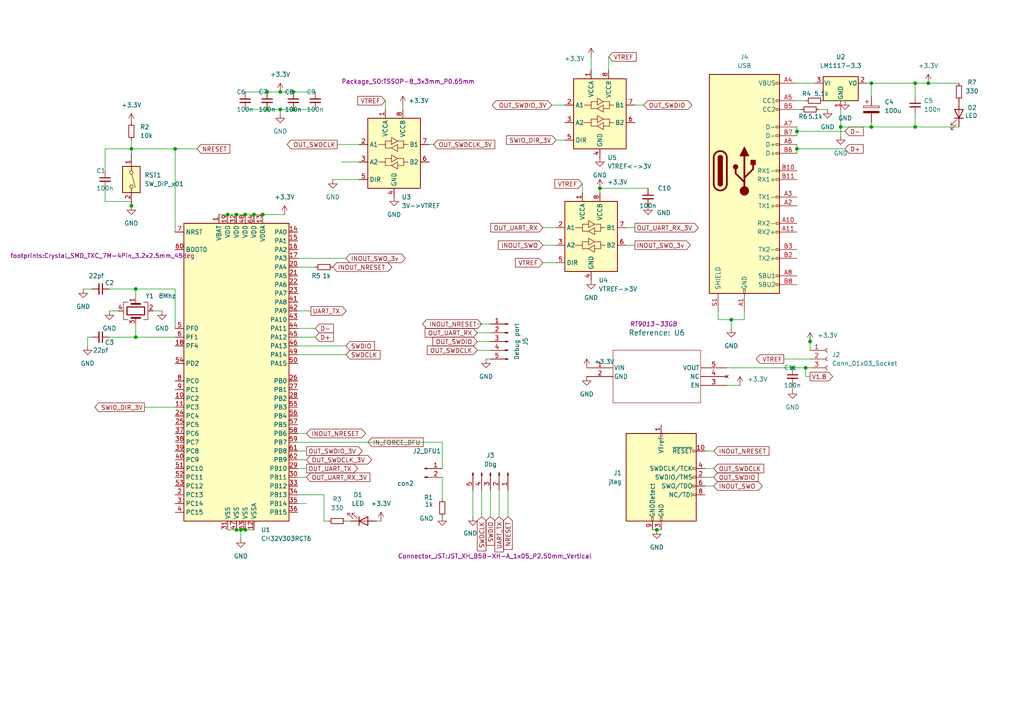
<source format=kicad_sch>
(kicad_sch (version 20231120) (generator "eeschema") (generator_version "8.0")
  (paper "A4")
  (title_block (title "Swindle CH32V303") (rev "H"))
  (lib_symbols
    (symbol "2024-10-20_09-04-45:RT9013-33GB" (pin_names (offset 0.254))
      (property "Reference" "U" (at 20.32 10.16 0))
      (property "Value" "RT9013-33GB" (at 20.32 7.62 0))
      (symbol "RT9013-33GB_0_1"
        (polyline (pts (xy 7.62 -10.16) (xy 33.02 -10.16)) (stroke (width 0.127)))
        (polyline (pts (xy 7.62 5.08) (xy 7.62 -10.16)) (stroke (width 0.127)))
        (polyline (pts (xy 33.02 -10.16) (xy 33.02 5.08)) (stroke (width 0.127)))
        (polyline (pts (xy 33.02 5.08) (xy 7.62 5.08)) (stroke (width 0.127)))
        (pin input line (at 0 0 0) (length 7.62) (name "VIN") (number "1"))
        (pin power_out line (at 0 -2.54 0) (length 7.62) (name "GND") (number "2"))
        (pin unspecified line (at 40.64 -5.08 180) (length 7.62) (name "EN") (number "3"))
        (pin no_connect line (at 40.64 -2.54 180) (length 7.62) (name "NC") (number "4"))
        (pin output line (at 40.64 0 180) (length 7.62) (name "VOUT") (number "5"))
      )
    )
    (symbol "Connector:Conn_01x02_Pin" (pin_names (offset 1.016) hide)
      (property "Reference" "J" (at 0 2.54 0))
      (property "Value" "Conn_01x02_Pin" (at 0 -5.08 0))
      (symbol "Conn_01x02_Pin_1_1"
        (polyline (pts (xy 1.27 -2.54) (xy 0.8636 -2.54)) (stroke (width 0.1524)))
        (polyline (pts (xy 1.27 0) (xy 0.8636 0)) (stroke (width 0.1524)))
        (rectangle (start 0.8636 -2.413) (end 0 -2.667) (stroke (width 0.1524)) (fill (type outline)))
        (rectangle (start 0.8636 0.127) (end 0 -0.127) (stroke (width 0.1524)) (fill (type outline)))
        (pin passive line (at 5.08 0 180) (length 3.81) (name "Pin_1") (number "1"))
        (pin passive line (at 5.08 -2.54 180) (length 3.81) (name "Pin_2") (number "2"))
      )
    )
    (symbol "Connector:Conn_01x03_Socket" (pin_names (offset 1.016) hide)
      (property "Reference" "J" (at 0 5.08 0))
      (property "Value" "Conn_01x03_Socket" (at 0 -5.08 0))
      (symbol "Conn_01x03_Socket_1_1"
        (arc (start 0 -2.032) (mid -0.5058 -2.54) (end 0 -3.048) (stroke (width 0.1524)))
        (polyline (pts (xy -1.27 -2.54) (xy -0.508 -2.54)) (stroke (width 0.1524)))
        (polyline (pts (xy -1.27 0) (xy -0.508 0)) (stroke (width 0.1524)))
        (polyline (pts (xy -1.27 2.54) (xy -0.508 2.54)) (stroke (width 0.1524)))
        (arc (start 0 0.508) (mid -0.5058 0) (end 0 -0.508) (stroke (width 0.1524)))
        (arc (start 0 3.048) (mid -0.5058 2.54) (end 0 2.032) (stroke (width 0.1524)))
        (pin passive line (at -5.08 2.54 0) (length 3.81) (name "Pin_1") (number "1"))
        (pin passive line (at -5.08 0 0) (length 3.81) (name "Pin_2") (number "2"))
        (pin passive line (at -5.08 -2.54 0) (length 3.81) (name "Pin_3") (number "3"))
      )
    )
    (symbol "Connector:Conn_01x05_Male" (pin_names (offset 1.016) hide)
      (property "Reference" "J" (at 0 7.62 0))
      (property "Value" "Conn_01x05_Male" (at 0 -7.62 0))
      (symbol "Conn_01x05_Male_1_1"
        (polyline (pts (xy 1.27 -5.08) (xy 0.8636 -5.08)) (stroke (width 0.1524)))
        (polyline (pts (xy 1.27 -2.54) (xy 0.8636 -2.54)) (stroke (width 0.1524)))
        (polyline (pts (xy 1.27 0) (xy 0.8636 0)) (stroke (width 0.1524)))
        (polyline (pts (xy 1.27 2.54) (xy 0.8636 2.54)) (stroke (width 0.1524)))
        (polyline (pts (xy 1.27 5.08) (xy 0.8636 5.08)) (stroke (width 0.1524)))
        (rectangle (start 0.8636 -4.953) (end 0 -5.207) (stroke (width 0.1524)) (fill (type outline)))
        (rectangle (start 0.8636 -2.413) (end 0 -2.667) (stroke (width 0.1524)) (fill (type outline)))
        (rectangle (start 0.8636 0.127) (end 0 -0.127) (stroke (width 0.1524)) (fill (type outline)))
        (rectangle (start 0.8636 2.667) (end 0 2.413) (stroke (width 0.1524)) (fill (type outline)))
        (rectangle (start 0.8636 5.207) (end 0 4.953) (stroke (width 0.1524)) (fill (type outline)))
        (pin passive line (at 5.08 5.08 180) (length 3.81) (name "Pin_1") (number "1"))
        (pin passive line (at 5.08 2.54 180) (length 3.81) (name "Pin_2") (number "2"))
        (pin passive line (at 5.08 0 180) (length 3.81) (name "Pin_3") (number "3"))
        (pin passive line (at 5.08 -2.54 180) (length 3.81) (name "Pin_4") (number "4"))
        (pin passive line (at 5.08 -5.08 180) (length 3.81) (name "Pin_5") (number "5"))
      )
    )
    (symbol "Connector:Conn_ARM_JTAG_SWD_10" (pin_names (offset 1.016))
      (property "Reference" "J" (at -2.54 16.51 0))
      (property "Value" "Conn_ARM_JTAG_SWD_10" (at -2.54 13.97 0))
      (symbol "Conn_ARM_JTAG_SWD_10_0_1"
        (rectangle (start -10.16 12.7) (end 10.16 -12.7) (stroke (width 0.254)) (fill (type background)))
        (rectangle (start -2.794 -12.7) (end -2.286 -11.684))
        (rectangle (start -0.254 -12.7) (end 0.254 -11.684))
        (rectangle (start -0.254 12.7) (end 0.254 11.684))
        (rectangle (start 9.144 2.286) (end 10.16 2.794))
        (rectangle (start 10.16 -2.794) (end 9.144 -2.286))
        (rectangle (start 10.16 -0.254) (end 9.144 0.254))
        (rectangle (start 10.16 7.874) (end 9.144 7.366))
      )
      (symbol "Conn_ARM_JTAG_SWD_10_1_1"
        (rectangle (start 9.144 -5.334) (end 10.16 -4.826))
        (pin power_in line (at 0 15.24 270) (length 2.54) (name "VTref") (number "1"))
        (pin open_collector line (at 12.7 7.62 180) (length 2.54) (name "~{RESET}") (number "10"))
        (pin bidirectional line (at 12.7 0 180) (length 2.54) (name "SWDIO/TMS") (number "2"))
        (pin power_in line (at 0 -15.24 90) (length 2.54) (name "GND") (number "3"))
        (pin output line (at 12.7 2.54 180) (length 2.54) (name "SWDCLK/TCK") (number "4"))
        (pin passive line (at 0 -15.24 90) (length 2.54) hide (name "GND") (number "5"))
        (pin input line (at 12.7 -2.54 180) (length 2.54) (name "SWO/TDO") (number "6"))
        (pin no_connect line (at -10.16 0 0) (length 2.54) hide (name "KEY") (number "7"))
        (pin output line (at 12.7 -5.08 180) (length 2.54) (name "NC/TDI") (number "8"))
        (pin passive line (at -2.54 -15.24 90) (length 2.54) (name "GNDDetect") (number "9"))
      )
    )
    (symbol "Connector:USB_C_Receptacle" (pin_names (offset 1.016))
      (property "Reference" "J" (at -10.16 29.21 0))
      (property "Value" "USB_C_Receptacle" (at 10.16 29.21 0))
      (symbol "USB_C_Receptacle_0_0"
        (rectangle (start -0.254 -35.56) (end 0.254 -34.544))
        (rectangle (start 10.16 -32.766) (end 9.144 -33.274))
        (rectangle (start 10.16 -30.226) (end 9.144 -30.734))
        (rectangle (start 10.16 -25.146) (end 9.144 -25.654))
        (rectangle (start 10.16 -22.606) (end 9.144 -23.114))
        (rectangle (start 10.16 -17.526) (end 9.144 -18.034))
        (rectangle (start 10.16 -14.986) (end 9.144 -15.494))
        (rectangle (start 10.16 -9.906) (end 9.144 -10.414))
        (rectangle (start 10.16 -7.366) (end 9.144 -7.874))
        (rectangle (start 10.16 -2.286) (end 9.144 -2.794))
        (rectangle (start 10.16 0.254) (end 9.144 -0.254))
        (rectangle (start 10.16 5.334) (end 9.144 4.826))
        (rectangle (start 10.16 7.874) (end 9.144 7.366))
        (rectangle (start 10.16 10.414) (end 9.144 9.906))
        (rectangle (start 10.16 12.954) (end 9.144 12.446))
        (rectangle (start 10.16 18.034) (end 9.144 17.526))
        (rectangle (start 10.16 20.574) (end 9.144 20.066))
        (rectangle (start 10.16 25.654) (end 9.144 25.146))
      )
      (symbol "USB_C_Receptacle_0_1"
        (rectangle (start -10.16 27.94) (end 10.16 -35.56) (stroke (width 0.254)) (fill (type background)))
        (arc (start -8.89 -3.81) (mid -6.985 -5.7067) (end -5.08 -3.81) (stroke (width 0.508)))
        (arc (start -7.62 -3.81) (mid -6.985 -4.4423) (end -6.35 -3.81) (stroke (width 0.254)))
        (arc (start -7.62 -3.81) (mid -6.985 -4.4423) (end -6.35 -3.81) (stroke (width 0.254)) (fill (type outline)))
        (rectangle (start -7.62 -3.81) (end -6.35 3.81) (stroke (width 0.254)) (fill (type outline)))
        (arc (start -6.35 3.81) (mid -6.985 4.4423) (end -7.62 3.81) (stroke (width 0.254)))
        (arc (start -6.35 3.81) (mid -6.985 4.4423) (end -7.62 3.81) (stroke (width 0.254)) (fill (type outline)))
        (arc (start -5.08 3.81) (mid -6.985 5.7067) (end -8.89 3.81) (stroke (width 0.508)))
        (polyline (pts (xy -8.89 -3.81) (xy -8.89 3.81)) (stroke (width 0.508)))
        (polyline (pts (xy -5.08 3.81) (xy -5.08 -3.81)) (stroke (width 0.508)))
      )
      (symbol "USB_C_Receptacle_1_1"
        (circle (center -2.54 1.143) (radius 0.635) (stroke (width 0.254)) (fill (type outline)))
        (circle (center 0 -5.842) (radius 1.27) (fill (type outline)))
        (polyline (pts (xy 0 -5.842) (xy 0 4.318)) (stroke (width 0.508)))
        (polyline (pts (xy 0 -3.302) (xy -2.54 -0.762) (xy -2.54 0.508)) (stroke (width 0.508)))
        (polyline (pts (xy 0 -2.032) (xy 2.54 0.508) (xy 2.54 1.778)) (stroke (width 0.508)))
        (polyline (pts (xy -1.27 4.318) (xy 0 6.858) (xy 1.27 4.318) (xy -1.27 4.318)) (stroke (width 0.254)) (fill (type outline)))
        (rectangle (start 1.905 1.778) (end 3.175 3.048) (stroke (width 0.254)) (fill (type outline)))
        (pin passive line (at 0 -40.64 90) (length 5.08) (name "GND") (number "A1"))
        (pin bidirectional line (at 15.24 -15.24 180) (length 5.08) (name "RX2-") (number "A10"))
        (pin bidirectional line (at 15.24 -17.78 180) (length 5.08) (name "RX2+") (number "A11"))
        (pin passive line (at 0 -40.64 90) (length 5.08) hide (name "GND") (number "A12"))
        (pin bidirectional line (at 15.24 -10.16 180) (length 5.08) (name "TX1+") (number "A2"))
        (pin bidirectional line (at 15.24 -7.62 180) (length 5.08) (name "TX1-") (number "A3"))
        (pin passive line (at 15.24 25.4 180) (length 5.08) (name "VBUS") (number "A4"))
        (pin bidirectional line (at 15.24 20.32 180) (length 5.08) (name "CC1") (number "A5"))
        (pin bidirectional line (at 15.24 7.62 180) (length 5.08) (name "D+") (number "A6"))
        (pin bidirectional line (at 15.24 12.7 180) (length 5.08) (name "D-") (number "A7"))
        (pin bidirectional line (at 15.24 -30.48 180) (length 5.08) (name "SBU1") (number "A8"))
        (pin passive line (at 15.24 25.4 180) (length 5.08) hide (name "VBUS") (number "A9"))
        (pin passive line (at 0 -40.64 90) (length 5.08) hide (name "GND") (number "B1"))
        (pin bidirectional line (at 15.24 0 180) (length 5.08) (name "RX1-") (number "B10"))
        (pin bidirectional line (at 15.24 -2.54 180) (length 5.08) (name "RX1+") (number "B11"))
        (pin passive line (at 0 -40.64 90) (length 5.08) hide (name "GND") (number "B12"))
        (pin bidirectional line (at 15.24 -25.4 180) (length 5.08) (name "TX2+") (number "B2"))
        (pin bidirectional line (at 15.24 -22.86 180) (length 5.08) (name "TX2-") (number "B3"))
        (pin passive line (at 15.24 25.4 180) (length 5.08) hide (name "VBUS") (number "B4"))
        (pin bidirectional line (at 15.24 17.78 180) (length 5.08) (name "CC2") (number "B5"))
        (pin bidirectional line (at 15.24 5.08 180) (length 5.08) (name "D+") (number "B6"))
        (pin bidirectional line (at 15.24 10.16 180) (length 5.08) (name "D-") (number "B7"))
        (pin bidirectional line (at 15.24 -33.02 180) (length 5.08) (name "SBU2") (number "B8"))
        (pin passive line (at 15.24 25.4 180) (length 5.08) hide (name "VBUS") (number "B9"))
        (pin passive line (at -7.62 -40.64 90) (length 5.08) (name "SHIELD") (number "S1"))
      )
    )
    (symbol "Device:C_Polarized" (pin_numbers hide) (pin_names (offset 0.254))
      (property "Reference" "C" (at 0.635 2.54 0))
      (property "Value" "C_Polarized" (at 0.635 -2.54 0))
      (symbol "C_Polarized_0_1"
        (rectangle (start -2.286 0.508) (end 2.286 1.016))
        (polyline (pts (xy -1.778 2.286) (xy -0.762 2.286)))
        (polyline (pts (xy -1.27 2.794) (xy -1.27 1.778)))
        (rectangle (start 2.286 -0.508) (end -2.286 -1.016) (fill (type outline)))
      )
      (symbol "C_Polarized_1_1"
        (pin passive line (at 0 3.81 270) (length 2.794) (name "~") (number "1"))
        (pin passive line (at 0 -3.81 90) (length 2.794) (name "~") (number "2"))
      )
    )
    (symbol "Device:C_Small" (pin_numbers hide) (pin_names (offset 0.254) hide)
      (property "Reference" "C" (at 0.254 1.778 0))
      (property "Value" "C_Small" (at 0.254 -2.032 0))
      (symbol "C_Small_0_1"
        (polyline (pts (xy -1.524 -0.508) (xy 1.524 -0.508)) (stroke (width 0.3302)))
        (polyline (pts (xy -1.524 0.508) (xy 1.524 0.508)) (stroke (width 0.3048)))
      )
      (symbol "C_Small_1_1"
        (pin passive line (at 0 2.54 270) (length 2.032) (name "~") (number "1"))
        (pin passive line (at 0 -2.54 90) (length 2.032) (name "~") (number "2"))
      )
    )
    (symbol "Device:Crystal_GND24" (pin_names (offset 1.016) hide)
      (property "Reference" "Y" (at 3.175 5.08 0))
      (property "Value" "Crystal_GND24" (at 3.175 3.175 0))
      (symbol "Crystal_GND24_0_1"
        (rectangle (start -1.143 2.54) (end 1.143 -2.54) (stroke (width 0.3048)))
        (polyline (pts (xy -2.54 0) (xy -2.032 0)))
        (polyline (pts (xy -2.032 -1.27) (xy -2.032 1.27)) (stroke (width 0.508)))
        (polyline (pts (xy 0 -3.81) (xy 0 -3.556)))
        (polyline (pts (xy 0 3.556) (xy 0 3.81)))
        (polyline (pts (xy 2.032 -1.27) (xy 2.032 1.27)) (stroke (width 0.508)))
        (polyline (pts (xy 2.032 0) (xy 2.54 0)))
        (polyline (pts (xy -2.54 -2.286) (xy -2.54 -3.556) (xy 2.54 -3.556) (xy 2.54 -2.286)))
        (polyline (pts (xy -2.54 2.286) (xy -2.54 3.556) (xy 2.54 3.556) (xy 2.54 2.286)))
      )
      (symbol "Crystal_GND24_1_1"
        (pin passive line (at -3.81 0 0) (length 1.27) (name "1") (number "1"))
        (pin passive line (at 0 5.08 270) (length 1.27) (name "2") (number "2"))
        (pin passive line (at 3.81 0 180) (length 1.27) (name "3") (number "3"))
        (pin passive line (at 0 -5.08 90) (length 1.27) (name "4") (number "4"))
      )
    )
    (symbol "Device:LED" (pin_numbers hide) (pin_names (offset 1.016) hide)
      (property "Reference" "D" (at 0 2.54 0))
      (property "Value" "LED" (at 0 -2.54 0))
      (symbol "LED_0_1"
        (polyline (pts (xy -1.27 -1.27) (xy -1.27 1.27)) (stroke (width 0.254)))
        (polyline (pts (xy -1.27 0) (xy 1.27 0)))
        (polyline (pts (xy 1.27 -1.27) (xy 1.27 1.27) (xy -1.27 0) (xy 1.27 -1.27)) (stroke (width 0.254)))
        (polyline (pts (xy -3.048 -0.762) (xy -4.572 -2.286) (xy -3.81 -2.286) (xy -4.572 -2.286) (xy -4.572 -1.524)))
        (polyline (pts (xy -1.778 -0.762) (xy -3.302 -2.286) (xy -2.54 -2.286) (xy -3.302 -2.286) (xy -3.302 -1.524)))
      )
      (symbol "LED_1_1"
        (pin passive line (at -3.81 0 0) (length 2.54) (name "K") (number "1"))
        (pin passive line (at 3.81 0 180) (length 2.54) (name "A") (number "2"))
      )
    )
    (symbol "Device:R_Small" (pin_numbers hide) (pin_names (offset 0.254) hide)
      (property "Reference" "R" (at 0.762 0.508 0))
      (property "Value" "R_Small" (at 0.762 -1.016 0))
      (symbol "R_Small_0_1"
        (rectangle (start -0.762 1.778) (end 0.762 -1.778) (stroke (width 0.2032)))
      )
      (symbol "R_Small_1_1"
        (pin passive line (at 0 2.54 270) (length 0.762) (name "~") (number "1"))
        (pin passive line (at 0 -2.54 90) (length 0.762) (name "~") (number "2"))
      )
    )
    (symbol "Logic_LevelTranslator:SN74LVC2T45DCUR"
      (property "Reference" "U" (at -6.35 11.43 0))
      (property "Value" "SN74LVC2T45DCUR" (at 3.81 11.43 0))
      (symbol "SN74LVC2T45DCUR_0_1"
        (rectangle (start -7.62 10.16) (end 7.62 -10.16) (stroke (width 0.254)) (fill (type background)))
        (polyline (pts (xy -2.54 2.54) (xy -2.54 3.556) (xy -0.762 3.556)))
        (polyline (pts (xy 2.794 2.54) (xy 2.794 1.524) (xy 1.016 1.524)))
        (polyline (pts (xy -0.762 1.524) (xy -2.54 1.524) (xy -2.54 2.54) (xy -4.572 2.54)))
        (polyline (pts (xy -0.762 2.54) (xy -0.762 4.572) (xy 1.016 3.556) (xy -0.762 2.54)))
        (polyline (pts (xy 1.016 3.556) (xy 2.794 3.556) (xy 2.794 2.54) (xy 4.064 2.54)))
        (polyline (pts (xy 1.016 2.54) (xy 1.016 0.762) (xy 1.016 0.508) (xy -0.762 1.524) (xy 1.016 2.54)))
      )
      (symbol "SN74LVC2T45DCUR_1_1"
        (polyline (pts (xy -2.54 -2.54) (xy -2.54 -1.524) (xy -0.762 -1.524)))
        (polyline (pts (xy 2.794 -2.54) (xy 2.794 -3.556) (xy 1.016 -3.556)))
        (polyline (pts (xy -0.762 -3.556) (xy -2.54 -3.556) (xy -2.54 -2.54) (xy -4.572 -2.54)))
        (polyline (pts (xy -0.762 -2.54) (xy -0.762 -0.508) (xy 1.016 -1.524) (xy -0.762 -2.54)))
        (polyline (pts (xy 1.016 -1.524) (xy 2.794 -1.524) (xy 2.794 -2.54) (xy 4.064 -2.54)))
        (polyline (pts (xy 1.016 -2.54) (xy 1.016 -4.318) (xy 1.016 -4.572) (xy -0.762 -3.556) (xy 1.016 -2.54)))
        (pin power_in line (at -2.54 12.7 270) (length 2.54) (name "VCCA") (number "1"))
        (pin bidirectional line (at -10.16 2.54 0) (length 2.54) (name "A1") (number "2"))
        (pin bidirectional line (at -10.16 -2.54 0) (length 2.54) (name "A2") (number "3"))
        (pin power_in line (at 0 -12.7 90) (length 2.54) (name "GND") (number "4"))
        (pin input line (at -10.16 -7.62 0) (length 2.54) (name "DIR") (number "5"))
        (pin bidirectional line (at 10.16 -2.54 180) (length 2.54) (name "B2") (number "6"))
        (pin bidirectional line (at 10.16 2.54 180) (length 2.54) (name "B1") (number "7"))
        (pin power_in line (at 2.54 12.7 270) (length 2.54) (name "VCCB") (number "8"))
      )
    )
    (symbol "MCU_ST_STM32F3:STM32F303RCTx"
      (property "Reference" "U" (at -15.24 44.45 0))
      (property "Value" "STM32F303RCTx" (at 10.16 44.45 0))
      (symbol "STM32F303RCTx_0_1"
        (rectangle (start -15.24 -43.18) (end 15.24 43.18) (stroke (width 0.254)) (fill (type background)))
      )
      (symbol "STM32F303RCTx_1_1"
        (pin power_in line (at -5.08 45.72 270) (length 2.54) (name "VBAT") (number "1"))
        (pin bidirectional line (at -17.78 -7.62 0) (length 2.54) (name "PC2") (number "10"))
        (pin bidirectional line (at -17.78 -10.16 0) (length 2.54) (name "PC3") (number "11"))
        (pin power_in line (at 5.08 -45.72 90) (length 2.54) (name "VSSA") (number "12"))
        (pin power_in line (at 7.62 45.72 270) (length 2.54) (name "VDDA") (number "13"))
        (pin bidirectional line (at 17.78 40.64 180) (length 2.54) (name "PA0") (number "14"))
        (pin bidirectional line (at 17.78 38.1 180) (length 2.54) (name "PA1") (number "15"))
        (pin bidirectional line (at 17.78 35.56 180) (length 2.54) (name "PA2") (number "16"))
        (pin bidirectional line (at 17.78 33.02 180) (length 2.54) (name "PA3") (number "17"))
        (pin bidirectional line (at -17.78 7.62 0) (length 2.54) (name "PF4") (number "18"))
        (pin power_in line (at -2.54 45.72 270) (length 2.54) (name "VDD") (number "19"))
        (pin bidirectional line (at -17.78 -35.56 0) (length 2.54) (name "PC13") (number "2"))
        (pin bidirectional line (at 17.78 30.48 180) (length 2.54) (name "PA4") (number "20"))
        (pin bidirectional line (at 17.78 27.94 180) (length 2.54) (name "PA5") (number "21"))
        (pin bidirectional line (at 17.78 25.4 180) (length 2.54) (name "PA6") (number "22"))
        (pin bidirectional line (at 17.78 22.86 180) (length 2.54) (name "PA7") (number "23"))
        (pin bidirectional line (at -17.78 -12.7 0) (length 2.54) (name "PC4") (number "24"))
        (pin bidirectional line (at -17.78 -15.24 0) (length 2.54) (name "PC5") (number "25"))
        (pin bidirectional line (at 17.78 -2.54 180) (length 2.54) (name "PB0") (number "26"))
        (pin bidirectional line (at 17.78 -5.08 180) (length 2.54) (name "PB1") (number "27"))
        (pin bidirectional line (at 17.78 -7.62 180) (length 2.54) (name "PB2") (number "28"))
        (pin bidirectional line (at 17.78 -27.94 180) (length 2.54) (name "PB10") (number "29"))
        (pin bidirectional line (at -17.78 -38.1 0) (length 2.54) (name "PC14") (number "3"))
        (pin bidirectional line (at 17.78 -30.48 180) (length 2.54) (name "PB11") (number "30"))
        (pin power_in line (at -2.54 -45.72 90) (length 2.54) (name "VSS") (number "31"))
        (pin power_in line (at 0 45.72 270) (length 2.54) (name "VDD") (number "32"))
        (pin bidirectional line (at 17.78 -33.02 180) (length 2.54) (name "PB12") (number "33"))
        (pin bidirectional line (at 17.78 -35.56 180) (length 2.54) (name "PB13") (number "34"))
        (pin bidirectional line (at 17.78 -38.1 180) (length 2.54) (name "PB14") (number "35"))
        (pin bidirectional line (at 17.78 -40.64 180) (length 2.54) (name "PB15") (number "36"))
        (pin bidirectional line (at -17.78 -17.78 0) (length 2.54) (name "PC6") (number "37"))
        (pin bidirectional line (at -17.78 -20.32 0) (length 2.54) (name "PC7") (number "38"))
        (pin bidirectional line (at -17.78 -22.86 0) (length 2.54) (name "PC8") (number "39"))
        (pin bidirectional line (at -17.78 -40.64 0) (length 2.54) (name "PC15") (number "4"))
        (pin bidirectional line (at -17.78 -25.4 0) (length 2.54) (name "PC9") (number "40"))
        (pin bidirectional line (at 17.78 20.32 180) (length 2.54) (name "PA8") (number "41"))
        (pin bidirectional line (at 17.78 17.78 180) (length 2.54) (name "PA9") (number "42"))
        (pin bidirectional line (at 17.78 15.24 180) (length 2.54) (name "PA10") (number "43"))
        (pin bidirectional line (at 17.78 12.7 180) (length 2.54) (name "PA11") (number "44"))
        (pin bidirectional line (at 17.78 10.16 180) (length 2.54) (name "PA12") (number "45"))
        (pin bidirectional line (at 17.78 7.62 180) (length 2.54) (name "PA13") (number "46"))
        (pin power_in line (at 0 -45.72 90) (length 2.54) (name "VSS") (number "47"))
        (pin power_in line (at 2.54 45.72 270) (length 2.54) (name "VDD") (number "48"))
        (pin bidirectional line (at 17.78 5.08 180) (length 2.54) (name "PA14") (number "49"))
        (pin input line (at -17.78 12.7 0) (length 2.54) (name "PF0") (number "5"))
        (pin bidirectional line (at 17.78 2.54 180) (length 2.54) (name "PA15") (number "50"))
        (pin bidirectional line (at -17.78 -27.94 0) (length 2.54) (name "PC10") (number "51"))
        (pin bidirectional line (at -17.78 -30.48 0) (length 2.54) (name "PC11") (number "52"))
        (pin bidirectional line (at -17.78 -33.02 0) (length 2.54) (name "PC12") (number "53"))
        (pin bidirectional line (at -17.78 2.54 0) (length 2.54) (name "PD2") (number "54"))
        (pin bidirectional line (at 17.78 -10.16 180) (length 2.54) (name "PB3") (number "55"))
        (pin bidirectional line (at 17.78 -12.7 180) (length 2.54) (name "PB4") (number "56"))
        (pin bidirectional line (at 17.78 -15.24 180) (length 2.54) (name "PB5") (number "57"))
        (pin bidirectional line (at 17.78 -17.78 180) (length 2.54) (name "PB6") (number "58"))
        (pin bidirectional line (at 17.78 -20.32 180) (length 2.54) (name "PB7") (number "59"))
        (pin input line (at -17.78 10.16 0) (length 2.54) (name "PF1") (number "6"))
        (pin input line (at -17.78 35.56 0) (length 2.54) (name "BOOT0") (number "60"))
        (pin bidirectional line (at 17.78 -22.86 180) (length 2.54) (name "PB8") (number "61"))
        (pin bidirectional line (at 17.78 -25.4 180) (length 2.54) (name "PB9") (number "62"))
        (pin power_in line (at 2.54 -45.72 90) (length 2.54) (name "VSS") (number "63"))
        (pin power_in line (at 5.08 45.72 270) (length 2.54) (name "VDD") (number "64"))
        (pin input line (at -17.78 40.64 0) (length 2.54) (name "NRST") (number "7"))
        (pin bidirectional line (at -17.78 -2.54 0) (length 2.54) (name "PC0") (number "8"))
        (pin bidirectional line (at -17.78 -5.08 0) (length 2.54) (name "PC1") (number "9"))
      )
    )
    (symbol "Regulator_Linear:LM1117-3.3" (pin_names (offset 0.254))
      (property "Reference" "U" (at -3.81 3.175 0))
      (property "Value" "LM1117-3.3" (at 0 3.175 0))
      (symbol "LM1117-3.3_0_1"
        (rectangle (start -5.08 -5.08) (end 5.08 1.905) (stroke (width 0.254)) (fill (type background)))
      )
      (symbol "LM1117-3.3_1_1"
        (pin power_in line (at 0 -7.62 90) (length 2.54) (name "GND") (number "1"))
        (pin power_out line (at 7.62 0 180) (length 2.54) (name "VO") (number "2"))
        (pin power_in line (at -7.62 0 0) (length 2.54) (name "VI") (number "3"))
      )
    )
    (symbol "Switch:SW_DIP_x01" (pin_names (offset 0) hide)
      (property "Reference" "SW" (at 0 3.81 0))
      (property "Value" "SW_DIP_x01" (at 0 -3.81 0))
      (symbol "SW_DIP_x01_0_0"
        (circle (center -2.032 0) (radius 0.508))
        (polyline (pts (xy -1.524 0.127) (xy 2.3622 1.1684)))
        (circle (center 2.032 0) (radius 0.508))
      )
      (symbol "SW_DIP_x01_0_1"
        (rectangle (start -3.81 2.54) (end 3.81 -2.54) (stroke (width 0.254)) (fill (type background)))
      )
      (symbol "SW_DIP_x01_1_1"
        (pin passive line (at -7.62 0 0) (length 5.08) (name "~") (number "1"))
        (pin passive line (at 7.62 0 180) (length 5.08) (name "~") (number "2"))
      )
    )
    (symbol "power:+3.3V" (power) (pin_names (offset 0))
      (property "Value" "+3.3V" (at 0 3.556 0))
      (symbol "+3.3V_0_1"
        (polyline (pts (xy -0.762 1.27) (xy 0 2.54)))
        (polyline (pts (xy 0 0) (xy 0 2.54)))
        (polyline (pts (xy 0 2.54) (xy 0.762 1.27)))
      )
      (symbol "+3.3V_1_1"
        (pin power_in line (at 0 0 90) (length 0) hide (name "+3.3V") (number "1"))
      )
    )
    (symbol "power:GND" (power) (pin_names (offset 0))
      (property "Value" "GND" (at 0 -3.81 0))
      (symbol "GND_0_1"
        (polyline (pts (xy 0 0) (xy 0 -1.27) (xy 1.27 -1.27) (xy 0 -2.54) (xy -1.27 -1.27) (xy 0 -1.27)))
      )
      (symbol "GND_1_1"
        (pin power_in line (at 0 0 270) (length 0) hide (name "GND") (number "1"))
      )
    )
  )
  (junction (at 77.47 31.75))
  (junction (at 85.09 26.67))
  (junction (at 50.8 43.18))
  (junction (at 68.58 153.67))
  (junction (at 71.12 153.67))
  (junction (at 173.99 54.61))
  (junction (at 73.66 62.23))
  (junction (at 77.47 26.67))
  (junction (at 38.1 43.18))
  (junction (at 69.85 153.67))
  (junction (at 81.28 26.67))
  (junction (at 233.68 106.68))
  (junction (at 39.37 83.82))
  (junction (at 252.73 24.13))
  (junction (at 68.58 62.23))
  (junction (at 243.84 36.83))
  (junction (at 76.2 62.23))
  (junction (at 39.37 97.79))
  (junction (at 71.12 62.23))
  (junction (at 252.73 36.83))
  (junction (at 190.5 153.67))
  (junction (at 265.43 24.13))
  (junction (at 231.14 38.1))
  (junction (at 234.95 99.06))
  (junction (at 269.24 24.13))
  (junction (at 265.43 36.83))
  (junction (at 85.09 31.75))
  (junction (at 229.87 106.68))
  (junction (at 38.1 59.69))
  (junction (at 231.14 43.18))
  (junction (at 66.04 62.23))
  (junction (at 212.09 92.71))
  (junction (at 81.28 31.75))
  (wire (pts (xy 181.61 66.04) (xy 184.15 66.04)))
  (wire (pts (xy 233.68 109.22) (xy 233.68 106.68)))
  (wire (pts (xy 77.47 31.75) (xy 81.28 31.75)))
  (wire (pts (xy 66.04 153.67) (xy 68.58 153.67)))
  (wire (pts (xy 31.75 90.17) (xy 34.29 90.17)))
  (wire (pts (xy 38.1 40.64) (xy 38.1 43.18)))
  (wire (pts (xy 243.84 36.83) (xy 252.73 36.83)))
  (wire (pts (xy 231.14 38.1) (xy 245.11 38.1)))
  (wire (pts (xy 252.73 24.13) (xy 265.43 24.13)))
  (wire (pts (xy 38.1 43.18) (xy 50.8 43.18)))
  (wire (pts (xy 265.43 27.94) (xy 265.43 24.13)))
  (wire (pts (xy 231.14 24.13) (xy 236.22 24.13)))
  (wire (pts (xy 69.85 153.67) (xy 71.12 153.67)))
  (wire (pts (xy 265.43 24.13) (xy 269.24 24.13)))
  (wire (pts (xy 265.43 33.02) (xy 265.43 36.83)))
  (wire (pts (xy 142.24 142.24) (xy 142.24 149.86)))
  (wire (pts (xy 204.47 135.89) (xy 207.01 135.89)))
  (wire (pts (xy 38.1 58.42) (xy 38.1 59.69)))
  (wire (pts (xy 157.48 76.2) (xy 161.29 76.2)))
  (wire (pts (xy 144.78 142.24) (xy 144.78 149.86)))
  (wire (pts (xy 71.12 62.23) (xy 73.66 62.23)))
  (wire (pts (xy 86.36 74.93) (xy 100.33 74.93)))
  (wire (pts (xy 212.09 92.71) (xy 215.9 92.71)))
  (wire (pts (xy 184.15 30.48) (xy 186.69 30.48)))
  (wire (pts (xy 76.2 62.23) (xy 82.55 62.23)))
  (wire (pts (xy 31.75 83.82) (xy 39.37 83.82)))
  (wire (pts (xy 30.48 49.53) (xy 30.48 43.18)))
  (wire (pts (xy 30.48 54.61) (xy 30.48 58.42)))
  (wire (pts (xy 168.91 53.34) (xy 168.91 55.88)))
  (wire (pts (xy 231.14 36.83) (xy 231.14 38.1)))
  (wire (pts (xy 140.97 104.14) (xy 142.24 104.14)))
  (wire (pts (xy 39.37 83.82) (xy 50.8 83.82)))
  (wire (pts (xy 39.37 93.98) (xy 39.37 97.79)))
  (wire (pts (xy 138.43 93.98) (xy 142.24 93.98)))
  (wire (pts (xy 229.87 111.76) (xy 229.87 113.03)))
  (wire (pts (xy 86.36 95.25) (xy 91.44 95.25)))
  (wire (pts (xy 31.75 97.79) (xy 39.37 97.79)))
  (wire (pts (xy 238.76 29.21) (xy 245.11 29.21)))
  (wire (pts (xy 109.22 151.13) (xy 110.49 151.13)))
  (wire (pts (xy 215.9 90.17) (xy 215.9 92.71)))
  (wire (pts (xy 93.98 143.51) (xy 93.98 151.13)))
  (wire (pts (xy 63.5 62.23) (xy 66.04 62.23)))
  (wire (pts (xy 243.84 36.83) (xy 243.84 39.37)))
  (wire (pts (xy 81.28 31.75) (xy 85.09 31.75)))
  (wire (pts (xy 190.5 153.67) (xy 191.77 153.67)))
  (wire (pts (xy 208.28 92.71) (xy 212.09 92.71)))
  (wire (pts (xy 231.14 43.18) (xy 231.14 44.45)))
  (wire (pts (xy 96.52 52.07) (xy 104.14 52.07)))
  (wire (pts (xy 81.28 31.75) (xy 81.28 33.02)))
  (wire (pts (xy 68.58 153.67) (xy 69.85 153.67)))
  (wire (pts (xy 229.87 106.68) (xy 233.68 106.68)))
  (wire (pts (xy 50.8 43.18) (xy 57.15 43.18)))
  (wire (pts (xy 30.48 43.18) (xy 38.1 43.18)))
  (wire (pts (xy 204.47 138.43) (xy 207.01 138.43)))
  (wire (pts (xy 100.33 151.13) (xy 101.6 151.13)))
  (wire (pts (xy 111.76 29.21) (xy 111.76 31.75)))
  (wire (pts (xy 44.45 90.17) (xy 46.99 90.17)))
  (wire (pts (xy 234.95 99.06) (xy 234.95 101.6)))
  (wire (pts (xy 86.36 125.73) (xy 88.9 125.73)))
  (wire (pts (xy 231.14 29.21) (xy 233.68 29.21)))
  (wire (pts (xy 86.36 100.33) (xy 100.33 100.33)))
  (wire (pts (xy 231.14 38.1) (xy 231.14 39.37)))
  (wire (pts (xy 243.84 31.75) (xy 243.84 36.83)))
  (wire (pts (xy 38.1 43.18) (xy 38.1 44.45)))
  (wire (pts (xy 227.33 104.14) (xy 234.95 104.14)))
  (wire (pts (xy 86.36 77.47) (xy 91.44 77.47)))
  (wire (pts (xy 128.27 128.27) (xy 128.27 135.89)))
  (wire (pts (xy 269.24 24.13) (xy 278.13 24.13)))
  (wire (pts (xy 81.28 26.67) (xy 85.09 26.67)))
  (wire (pts (xy 139.7 142.24) (xy 139.7 149.86)))
  (wire (pts (xy 30.48 58.42) (xy 38.1 58.42)))
  (wire (pts (xy 86.36 135.89) (xy 88.9 135.89)))
  (wire (pts (xy 204.47 130.81) (xy 207.01 130.81)))
  (wire (pts (xy 25.4 97.79) (xy 25.4 100.33)))
  (wire (pts (xy 234.95 109.22) (xy 233.68 109.22)))
  (wire (pts (xy 25.4 97.79) (xy 26.67 97.79)))
  (wire (pts (xy 212.09 92.71) (xy 212.09 95.25)))
  (wire (pts (xy 157.48 71.12) (xy 161.29 71.12)))
  (wire (pts (xy 181.61 71.12) (xy 184.15 71.12)))
  (wire (pts (xy 171.45 16.51) (xy 171.45 20.32)))
  (wire (pts (xy 86.36 138.43) (xy 88.9 138.43)))
  (wire (pts (xy 71.12 31.75) (xy 77.47 31.75)))
  (wire (pts (xy 176.53 16.51) (xy 176.53 20.32)))
  (wire (pts (xy 69.85 153.67) (xy 69.85 156.21)))
  (wire (pts (xy 231.14 43.18) (xy 245.11 43.18)))
  (wire (pts (xy 157.48 66.04) (xy 161.29 66.04)))
  (wire (pts (xy 73.66 62.23) (xy 76.2 62.23)))
  (wire (pts (xy 208.28 90.17) (xy 208.28 92.71)))
  (wire (pts (xy 138.43 96.52) (xy 142.24 96.52)))
  (wire (pts (xy 147.32 142.24) (xy 147.32 149.86)))
  (wire (pts (xy 68.58 62.23) (xy 71.12 62.23)))
  (wire (pts (xy 116.84 30.48) (xy 116.84 31.75)))
  (wire (pts (xy 97.79 41.91) (xy 104.14 41.91)))
  (wire (pts (xy 39.37 83.82) (xy 39.37 86.36)))
  (wire (pts (xy 86.36 143.51) (xy 93.98 143.51)))
  (wire (pts (xy 50.8 43.18) (xy 50.8 67.31)))
  (wire (pts (xy 265.43 36.83) (xy 278.13 36.83)))
  (wire (pts (xy 93.98 151.13) (xy 95.25 151.13)))
  (wire (pts (xy 138.43 101.6) (xy 142.24 101.6)))
  (wire (pts (xy 86.36 90.17) (xy 90.17 90.17)))
  (wire (pts (xy 233.68 106.68) (xy 234.95 106.68)))
  (wire (pts (xy 173.99 54.61) (xy 187.96 54.61)))
  (wire (pts (xy 231.14 41.91) (xy 231.14 43.18)))
  (wire (pts (xy 137.16 142.24) (xy 137.16 149.86)))
  (wire (pts (xy 86.36 97.79) (xy 91.44 97.79)))
  (wire (pts (xy 85.09 31.75) (xy 91.44 31.75)))
  (wire (pts (xy 71.12 153.67) (xy 73.66 153.67)))
  (wire (pts (xy 124.46 41.91) (xy 125.73 41.91)))
  (wire (pts (xy 210.82 111.76) (xy 214.63 111.76)))
  (wire (pts (xy 85.09 26.67) (xy 91.44 26.67)))
  (wire (pts (xy 86.36 102.87) (xy 100.33 102.87)))
  (wire (pts (xy 173.99 54.61) (xy 173.99 55.88)))
  (wire (pts (xy 128.27 138.43) (xy 128.27 144.78)))
  (wire (pts (xy 86.36 128.27) (xy 128.27 128.27)))
  (wire (pts (xy 210.82 106.68) (xy 229.87 106.68)))
  (wire (pts (xy 161.29 40.64) (xy 163.83 40.64)))
  (wire (pts (xy 251.46 24.13) (xy 252.73 24.13)))
  (wire (pts (xy 77.47 26.67) (xy 81.28 26.67)))
  (wire (pts (xy 50.8 95.25) (xy 50.8 83.82)))
  (wire (pts (xy 86.36 133.35) (xy 88.9 133.35)))
  (wire (pts (xy 66.04 62.23) (xy 68.58 62.23)))
  (wire (pts (xy 39.37 97.79) (xy 50.8 97.79)))
  (wire (pts (xy 24.13 83.82) (xy 26.67 83.82)))
  (wire (pts (xy 138.43 99.06) (xy 142.24 99.06)))
  (wire (pts (xy 252.73 36.83) (xy 265.43 36.83)))
  (wire (pts (xy 160.02 30.48) (xy 163.83 30.48)))
  (wire (pts (xy 234.95 97.79) (xy 234.95 99.06)))
  (wire (pts (xy 86.36 130.81) (xy 88.9 130.81)))
  (wire (pts (xy 71.12 26.67) (xy 77.47 26.67)))
  (wire (pts (xy 99.06 46.99) (xy 104.14 46.99)))
  (wire (pts (xy 189.23 153.67) (xy 190.5 153.67)))
  (wire (pts (xy 237.49 31.75) (xy 240.03 31.75)))
  (wire (pts (xy 204.47 140.97) (xy 207.01 140.97)))
  (wire (pts (xy 231.14 31.75) (xy 232.41 31.75)))
  (wire (pts (xy 41.91 118.11) (xy 50.8 118.11)))
  (wire (pts (xy 252.73 27.94) (xy 252.73 24.13)))
  (wire (pts (xy 86.36 146.05) (xy 88.9 146.05)))
  (wire (pts (xy 252.73 35.56) (xy 252.73 36.83)))
  (global_label "SWIO_DIR_3V" (shape output) (at 41.91 118.11 180) (property "Intersheetrefs" "${INTERSHEET_REFS}" (effects (hide yes))))
  (global_label "SWDCLK" (shape input) (at 100.33 102.87 0) (property "Intersheetrefs" "${INTERSHEET_REFS}" (effects (hide yes))))
  (global_label "INOUT_SWO" (shape bidirectional) (at 207.01 140.97 0) (property "Intersheetrefs" "${INTERSHEET_REFS}" (effects (hide yes))))
  (global_label "VTREF" (shape input) (at 111.76 29.21 180) (property "Intersheetrefs" "${INTERSHEET_REFS}" (effects (hide yes))))
  (global_label "INOUT_SWO_3v" (shape output) (at 184.15 71.12 0) (property "Intersheetrefs" "${INTERSHEET_REFS}" (effects (hide yes))))
  (global_label "OUT_UART_RX_3V" (shape output) (at 184.15 66.04 0) (property "Intersheetrefs" "${INTERSHEET_REFS}" (effects (hide yes))))
  (global_label "V1.8" (shape output) (at 234.95 109.22 0) (property "Intersheetrefs" "${INTERSHEET_REFS}" (effects (hide yes))))
  (global_label "OUT_SWDIO" (shape input) (at 207.01 138.43 0) (property "Intersheetrefs" "${INTERSHEET_REFS}" (effects (hide yes))))
  (global_label "D-" (shape input) (at 91.44 95.25 0) (property "Intersheetrefs" "${INTERSHEET_REFS}" (effects (hide yes))))
  (global_label "OUT_SWDIO" (shape input) (at 138.43 99.06 180) (property "Intersheetrefs" "${INTERSHEET_REFS}" (effects (hide yes))))
  (global_label "INOUT_NRESET" (shape input) (at 207.01 130.81 0) (property "Intersheetrefs" "${INTERSHEET_REFS}" (effects (hide yes))))
  (global_label "OUT_UART_RX" (shape input) (at 138.43 96.52 180) (property "Intersheetrefs" "${INTERSHEET_REFS}" (effects (hide yes))))
  (global_label "INOUT_SWO_3v" (shape bidirectional) (at 100.33 74.93 0) (property "Intersheetrefs" "${INTERSHEET_REFS}" (effects (hide yes))))
  (global_label "OUT_UART_RX_3V" (shape input) (at 88.9 138.43 0) (property "Intersheetrefs" "${INTERSHEET_REFS}" (effects (hide yes))))
  (global_label "VTREF" (shape input) (at 157.48 76.2 180) (property "Intersheetrefs" "${INTERSHEET_REFS}" (effects (hide yes))))
  (global_label "OUT_UART_RX" (shape input) (at 157.48 66.04 180) (property "Intersheetrefs" "${INTERSHEET_REFS}" (effects (hide yes))))
  (global_label "OUT_UART_TX" (shape output) (at 88.9 135.89 0) (property "Intersheetrefs" "${INTERSHEET_REFS}" (effects (hide yes))))
  (global_label "UART_TX" (shape output) (at 90.17 90.17 0) (property "Intersheetrefs" "${INTERSHEET_REFS}" (effects (hide yes))))
  (global_label "OUT_SWDCLK_3V" (shape bidirectional) (at 88.9 133.35 0) (property "Intersheetrefs" "${INTERSHEET_REFS}" (effects (hide yes))))
  (global_label "OUT_SWDCLK" (shape input) (at 138.43 101.6 180) (property "Intersheetrefs" "${INTERSHEET_REFS}" (effects (hide yes))))
  (global_label "UART_TX" (shape input) (at 144.78 149.86 270) (property "Intersheetrefs" "${INTERSHEET_REFS}" (effects (hide yes))))
  (global_label "D+" (shape input) (at 91.44 97.79 0) (property "Intersheetrefs" "${INTERSHEET_REFS}" (effects (hide yes))))
  (global_label "SWDCLK" (shape input) (at 139.7 149.86 270) (property "Intersheetrefs" "${INTERSHEET_REFS}" (effects (hide yes))))
  (global_label "SWDIO" (shape input) (at 142.24 149.86 270) (property "Intersheetrefs" "${INTERSHEET_REFS}" (effects (hide yes))))
  (global_label "OUT_SWDCLK" (shape input) (at 207.01 135.89 0) (property "Intersheetrefs" "${INTERSHEET_REFS}" (effects (hide yes))))
  (global_label "INOUT_SWO" (shape input) (at 157.48 71.12 180) (property "Intersheetrefs" "${INTERSHEET_REFS}" (effects (hide yes))))
  (global_label "INOUT_NRESET" (shape bidirectional) (at 88.9 125.73 0) (property "Intersheetrefs" "${INTERSHEET_REFS}" (effects (hide yes))))
  (global_label "OUT_SWDIO_3V" (shape output) (at 88.9 130.81 0) (property "Intersheetrefs" "${INTERSHEET_REFS}" (effects (hide yes))))
  (global_label "SWIO_DIR_3V" (shape input) (at 161.29 40.64 180) (property "Intersheetrefs" "${INTERSHEET_REFS}" (effects (hide yes))))
  (global_label "IN_FORCE_DFU" (shape input) (at 106.68 128.27 0) (property "Intersheetrefs" "${INTERSHEET_REFS}" (effects (hide yes))))
  (global_label "SWDIO" (shape input) (at 100.33 100.33 0) (property "Intersheetrefs" "${INTERSHEET_REFS}" (effects (hide yes))))
  (global_label "D+" (shape input) (at 245.11 43.18 0) (property "Intersheetrefs" "${INTERSHEET_REFS}" (effects (hide yes))))
  (global_label "VTREF" (shape input) (at 176.53 16.51 0) (property "Intersheetrefs" "${INTERSHEET_REFS}" (effects (hide yes))))
  (global_label "INOUT_NRESET" (shape bidirectional) (at 139.7 93.98 180) (property "Intersheetrefs" "${INTERSHEET_REFS}" (effects (hide yes))))
  (global_label "D-" (shape input) (at 245.11 38.1 0) (property "Intersheetrefs" "${INTERSHEET_REFS}" (effects (hide yes))))
  (global_label "OUT_SWDCLK_3V" (shape input) (at 125.73 41.91 0) (property "Intersheetrefs" "${INTERSHEET_REFS}" (effects (hide yes))))
  (global_label "VTREF" (shape input) (at 168.91 53.34 180) (property "Intersheetrefs" "${INTERSHEET_REFS}" (effects (hide yes))))
  (global_label "NRESET" (shape input) (at 147.32 149.86 270) (property "Intersheetrefs" "${INTERSHEET_REFS}" (effects (hide yes))))
  (global_label "VTREF" (shape output) (at 227.33 104.14 180) (property "Intersheetrefs" "${INTERSHEET_REFS}" (effects (hide yes))))
  (global_label "OUT_SWDCLK" (shape output) (at 97.79 41.91 180) (property "Intersheetrefs" "${INTERSHEET_REFS}" (effects (hide yes))))
  (global_label "OUT_SWDIO" (shape bidirectional) (at 186.69 30.48 0) (property "Intersheetrefs" "${INTERSHEET_REFS}" (effects (hide yes))))
  (global_label "NRESET" (shape input) (at 57.15 43.18 0) (property "Intersheetrefs" "${INTERSHEET_REFS}" (effects (hide yes))))
  (global_label "INOUT_NRESET" (shape bidirectional) (at 96.52 77.47 0) (property "Intersheetrefs" "${INTERSHEET_REFS}" (effects (hide yes))))
  (global_label "OUT_SWDIO_3V" (shape bidirectional) (at 160.02 30.48 180) (property "Intersheetrefs" "${INTERSHEET_REFS}" (effects (hide yes))))
  (symbol (lib_id "Connector:Conn_01x05_Male") (at 147.32 99.06 0) (mirror y) (unit 1)
    (property "Reference" "J5" (at 152.4 99.06 90))
    (property "Value" "Debug port" (at 149.86 99.06 90))
    (property "Footprint" "Connector_JST:JST_XH_B5B-XH-A_1x05_P2.50mm_Vertical" (effects (hide yes)))
  )
  (symbol (lib_id "Device:C_Small") (at 85.09 29.21 0) (unit 1)
    (property "Reference" "C8" (at 82.55 26.67 0) (effects (justify left)))
    (property "Value" "100n" (at 82.55 31.75 0) (effects (justify left)))
    (property "Footprint" "Resistor_SMD:R_0603_1608Metric" (effects (hide yes)))
  )
  (symbol (lib_id "Device:C_Small") (at 29.21 97.79 270) (unit 1)
    (property "Reference" "C3" (at 31.75 99.314 90))
    (property "Value" "22pf" (at 29.21 101.6 90))
    (property "Footprint" "Resistor_SMD:R_0603_1608Metric" (effects (hide yes)))
  )
  (symbol (lib_id "power:GND") (at 212.09 95.25 0) (unit 1)
    (property "Reference" "#PWR013" (effects (hide yes)))
    (property "Value" "GND" (at 212.09 100.33 0))
  )
  (symbol (lib_id "Connector:Conn_01x03_Socket") (at 240.03 104.14 0) (unit 1)
    (property "Reference" "J2" (at 241.3 102.8699 0) (effects (justify left)))
    (property "Value" "Conn_01x03_Socket" (at 241.3 105.4099 0) (effects (justify left)))
    (property "Footprint" "Connector_PinHeader_1.27mm:PinHeader_1x03_P1.27mm_Vertical" (effects (hide yes)))
    (property "Description" "Generic connector, single row, 01x03, script generated" (effects (hide yes)))
  )
  (symbol (lib_id "Logic_LevelTranslator:SN74LVC2T45DCUR") (at 173.99 33.02 0) (unit 1)
    (property "Reference" "U5" (at 176.1841 45.72 0) (effects (justify left)))
    (property "Value" "VTREF<->3V" (at 176.1841 48.26 0) (effects (justify left)))
    (property "Footprint" "Package_SO:TSSOP-8_3x3mm_P0.65mm" (effects (hide yes)))
    (property "Datasheet" "http://www.ti.com/lit/ds/symlink/sn74lvc2t45.pdf" (effects (hide yes)))
    (property "Description" "Dual-Bit Dual-Supply Bus Transceiver With Configurable Voltage Translation and 3-State Outputs, VSSOP-8" (effects (hide yes)))
  )
  (symbol (lib_id "power:GND") (at 190.5 153.67 0) (unit 1)
    (property "Reference" "#PWR010" (effects (hide yes)))
    (property "Value" "GND" (at 190.5 158.75 0))
  )
  (symbol (lib_id "Switch:SW_DIP_x01") (at 38.1 52.07 270) (unit 1)
    (property "Reference" "RST1" (at 41.91 50.8 90) (effects (justify left)))
    (property "Value" "SW_DIP_x01" (at 41.91 53.34 90) (effects (justify left)))
    (property "Footprint" "Button_Switch_SMD:SW_SPST_CK_RS282G05A3" (effects (hide yes)))
  )
  (symbol (lib_id "Logic_LevelTranslator:SN74LVC2T45DCUR") (at 114.3 44.45 0) (unit 1)
    (property "Reference" "U3" (at 116.4941 57.15 0) (effects (justify left)))
    (property "Value" "3V->VTREF" (at 116.4941 59.69 0) (effects (justify left)))
    (property "Footprint" "Package_SO:TSSOP-8_3x3mm_P0.65mm" (at 118.364 23.622 0))
    (property "Datasheet" "http://www.ti.com/lit/ds/symlink/sn74lvc2t45.pdf" (effects (hide yes)))
    (property "Description" "Dual-Bit Dual-Supply Bus Transceiver With Configurable Voltage Translation and 3-State Outputs, VSSOP-8" (effects (hide yes)))
  )
  (symbol (lib_id "2024-10-20_09-04-45:RT9013-33GB") (at 170.18 106.68 0) (unit 1)
    (property "Reference" "U6" (at 190.5 96.52 0) (show_name yes) (effects (font (size 1.524 1.524))))
    (property "Value" "RT9013-33GB" (effects (hide yes)))
    (property "Footprint" "PCM_Package_TO_SOT_SMD_AKL:TSOT-23-5" (effects (hide yes)))
    (property "Datasheet" "RT9013-33GB" (at 189.484 93.98 0) (effects (font (italic yes))))
  )
  (symbol (lib_id "Device:R_Small") (at 128.27 147.32 0) (unit 1)
    (property "Reference" "R1" (at 122.936 144.272 0) (effects (justify left)))
    (property "Value" "1k" (at 123.19 146.304 0) (effects (justify left)))
    (property "Footprint" "Resistor_SMD:R_0603_1608Metric" (effects (hide yes)))
  )
  (symbol (lib_id "power:GND") (at 240.03 31.75 0) (unit 1)
    (property "Reference" "#PWR019" (effects (hide yes)))
    (property "Value" "GND" (at 240.03 36.83 0))
  )
  (symbol (lib_id "power:GND") (at 229.87 113.03 0) (unit 1)
    (property "Reference" "#PWR032" (effects (hide yes)))
    (property "Value" "GND" (at 229.87 118.11 0))
  )
  (symbol (lib_id "power:GND") (at 173.99 45.72 0) (unit 1)
    (property "Reference" "#PWR026" (effects (hide yes)))
    (property "Value" "GND" (at 173.99 50.8 0))
  )
  (symbol (lib_id "power:GND") (at 243.84 39.37 0) (unit 1)
    (property "Reference" "#PWR014" (effects (hide yes)))
    (property "Value" "GND" (at 243.84 44.45 0))
  )
  (symbol (lib_id "Device:C_Small") (at 91.44 29.21 0) (unit 1)
    (property "Reference" "C9" (at 88.9 26.67 0) (effects (justify left)))
    (property "Value" "100n" (at 88.9 31.75 0) (effects (justify left)))
    (property "Footprint" "Resistor_SMD:R_0603_1608Metric" (effects (hide yes)))
  )
  (symbol (lib_id "power:GND") (at 96.52 52.07 0) (unit 1)
    (property "Reference" "#PWR028" (effects (hide yes)))
    (property "Value" "GND" (at 96.52 57.15 0))
  )
  (symbol (lib_id "Device:C_Small") (at 265.43 30.48 0) (unit 1)
    (property "Reference" "C5" (at 267.97 29.2162 0) (effects (justify left)))
    (property "Value" "100n" (at 267.97 31.7562 0) (effects (justify left)))
    (property "Footprint" "Resistor_SMD:R_0603_1608Metric" (effects (hide yes)))
  )
  (symbol (lib_id "Device:C_Small") (at 187.96 57.15 0) (unit 1)
    (property "Reference" "C10" (at 190.754 54.61 0) (effects (justify left)))
    (property "Value" "100n" (at 185.42 59.69 0) (effects (justify left)))
    (property "Footprint" "Resistor_SMD:R_0603_1608Metric" (effects (hide yes)))
  )
  (symbol (lib_id "Device:LED") (at 105.41 151.13 0) (mirror x) (unit 1)
    (property "Reference" "D1" (at 103.8225 143.51 0))
    (property "Value" "LED" (at 103.8225 146.05 0))
    (property "Footprint" "Diode_SMD:D_0805_2012Metric" (effects (hide yes)))
  )
  (symbol (lib_id "power:+3.3V") (at 269.24 24.13 0) (unit 1)
    (property "Reference" "#PWR015" (effects (hide yes)))
    (property "Value" "+3.3V" (at 269.24 19.05 0))
  )
  (symbol (lib_id "power:GND") (at 170.18 109.22 0) (unit 1)
    (property "Reference" "#PWR030" (effects (hide yes)))
    (property "Value" "GND" (at 170.18 114.3 0))
  )
  (symbol (lib_id "power:GND") (at 187.96 59.69 0) (unit 1)
    (property "Reference" "#PWR027" (effects (hide yes)))
    (property "Value" "GND" (at 192.532 61.722 0))
  )
  (symbol (lib_id "Regulator_Linear:LM1117-3.3") (at 243.84 24.13 0) (unit 1)
    (property "Reference" "U2" (at 243.84 16.51 0))
    (property "Value" "LM1117-3.3" (at 243.84 19.05 0))
    (property "Footprint" "Package_TO_SOT_SMD:SOT-223" (effects (hide yes)))
    (property "Datasheet" "http://www.ti.com/lit/ds/symlink/lm1117.pdf" (effects (hide yes)))
  )
  (symbol (lib_id "Logic_LevelTranslator:SN74LVC2T45DCUR") (at 171.45 68.58 0) (unit 1)
    (property "Reference" "U4" (at 173.6441 81.28 0) (effects (justify left)))
    (property "Value" "VTREF->3V" (at 173.6441 83.82 0) (effects (justify left)))
    (property "Footprint" "Package_SO:TSSOP-8_3x3mm_P0.65mm" (effects (hide yes)))
    (property "Datasheet" "http://www.ti.com/lit/ds/symlink/sn74lvc2t45.pdf" (effects (hide yes)))
    (property "Description" "Dual-Bit Dual-Supply Bus Transceiver With Configurable Voltage Translation and 3-State Outputs, VSSOP-8" (effects (hide yes)))
  )
  (symbol (lib_id "Device:C_Polarized") (at 252.73 31.75 0) (unit 1)
    (property "Reference" "C4" (at 256.54 29.5909 0) (effects (justify left)))
    (property "Value" "100u" (at 256.54 32.1309 0) (effects (justify left)))
    (property "Footprint" "Capacitor_SMD:C_1206_3216Metric_Pad1.33x1.80mm_HandSolder" (effects (hide yes)))
  )
  (symbol (lib_id "Device:C_Small") (at 77.47 29.21 0) (unit 1)
    (property "Reference" "C7" (at 74.93 26.67 0) (effects (justify left)))
    (property "Value" "100n" (at 74.93 31.75 0) (effects (justify left)))
    (property "Footprint" "Resistor_SMD:R_0603_1608Metric" (effects (hide yes)))
  )
  (symbol (lib_id "Device:LED") (at 278.13 33.02 270) (mirror x) (unit 1)
    (property "Reference" "D2" (at 281.94 31.242 90))
    (property "Value" "LED" (at 281.686 33.528 90))
    (property "Footprint" "Diode_SMD:D_0805_2012Metric" (effects (hide yes)))
  )
  (symbol (lib_id "power:+3.3V") (at 81.28 26.67 0) (unit 1)
    (property "Reference" "#PWR016" (effects (hide yes)))
    (property "Value" "+3.3V" (at 81.28 21.59 0))
  )
  (symbol (lib_id "power:GND") (at 46.99 90.17 0) (unit 1)
    (property "Reference" "#PWR01" (effects (hide yes)))
    (property "Value" "GND" (at 46.99 95.25 0))
  )
  (symbol (lib_id "power:+3.3V") (at 110.49 151.13 0) (mirror y) (unit 1)
    (property "Reference" "#PWR02" (effects (hide yes)))
    (property "Value" "+3.3V" (at 110.49 146.05 0))
  )
  (symbol (lib_id "power:+3.3V") (at 214.63 111.76 0) (unit 1)
    (property "Reference" "#PWR031" (effects (hide yes)))
    (property "Value" "+3.3V" (at 219.71 109.982 0))
  )
  (symbol (lib_id "Device:R_Small") (at 38.1 38.1 0) (unit 1)
    (property "Reference" "R2" (at 40.64 36.8299 0) (effects (justify left)))
    (property "Value" "10k" (at 40.64 39.3699 0) (effects (justify left)))
    (property "Footprint" "Resistor_SMD:R_0603_1608Metric" (effects (hide yes)))
  )
  (symbol (lib_id "power:GND") (at 245.11 29.21 0) (unit 1)
    (property "Reference" "#PWR09" (effects (hide yes)))
    (property "Value" "GND" (at 245.11 34.29 0))
  )
  (symbol (lib_id "Device:C_Small") (at 229.87 109.22 0) (unit 1)
    (property "Reference" "C11" (at 227.33 106.68 0) (effects (justify left)))
    (property "Value" "100n" (at 227.33 111.76 0) (effects (justify left)))
    (property "Footprint" "Resistor_SMD:R_0603_1608Metric" (effects (hide yes)))
  )
  (symbol (lib_id "MCU_ST_STM32F3:STM32F303RCTx") (at 68.58 107.95 0) (unit 1)
    (property "Reference" "U1" (at 75.6794 153.67 0) (effects (justify left)))
    (property "Value" "CH32V303RCT6" (at 75.6794 156.21 0) (effects (justify left)))
    (property "Footprint" "Package_QFP:LQFP-64_10x10mm_P0.5mm" (effects (hide yes)))
    (property "Datasheet" "http://www.st.com/st-web-ui/static/active/en/resource/technical/document/datasheet/DM00058181.pdf" (effects (hide yes)))
  )
  (symbol (lib_id "power:GND") (at 69.85 156.21 0) (unit 1)
    (property "Reference" "#PWR07" (effects (hide yes)))
    (property "Value" "GND" (at 69.85 161.29 0))
  )
  (symbol (lib_id "Connector:Conn_ARM_JTAG_SWD_10") (at 191.77 138.43 0) (unit 1)
    (property "Reference" "J1" (at 180.34 137.1599 0) (effects (justify right)))
    (property "Value" "jtag" (at 180.34 139.6999 0) (effects (justify right)))
    (property "Footprint" "Connector_PinHeader_1.27mm:PinHeader_2x05_P1.27mm_Vertical_SMD" (effects (hide yes)))
    (property "Datasheet" "http://infocenter.arm.com/help/topic/com.arm.doc.ddi0314h/DDI0314H_coresight_components_trm.pdf" (effects (hide yes)))
    (property "Description" "Cortex Debug Connector, standard ARM Cortex-M SWD and JTAG interface" (effects (hide yes)))
  )
  (symbol (lib_id "power:+3.3V") (at 116.84 30.48 0) (unit 1)
    (property "Reference" "#PWR021" (effects (hide yes)))
    (property "Value" "+3.3V" (at 121.412 29.21 0))
  )
  (symbol (lib_id "Device:C_Small") (at 71.12 29.21 0) (unit 1)
    (property "Reference" "C6" (at 68.58 26.67 0) (effects (justify left)))
    (property "Value" "100n" (at 68.58 31.75 0) (effects (justify left)))
    (property "Footprint" "Resistor_SMD:R_0603_1608Metric" (effects (hide yes)))
  )
  (symbol (lib_id "Connector:Conn_01x05_Male") (at 142.24 137.16 270) (unit 1)
    (property "Reference" "J3" (at 142.24 132.08 90))
    (property "Value" "Dbg" (at 142.24 134.62 90))
    (property "Footprint" "Connector_JST:JST_XH_B5B-XH-A_1x05_P2.50mm_Vertical" (at 143.51 161.29 90))
  )
  (symbol (lib_id "power:+3.3V") (at 173.99 54.61 0) (unit 1)
    (property "Reference" "#PWR022" (effects (hide yes)))
    (property "Value" "+3.3V" (at 179.07 52.832 0))
  )
  (symbol (lib_id "power:+3.3V") (at 234.95 99.06 0) (unit 1)
    (property "Reference" "#PWR033" (effects (hide yes)))
    (property "Value" "+3.3V" (at 240.03 97.282 0))
  )
  (symbol (lib_id "power:GND") (at 114.3 57.15 0) (unit 1)
    (property "Reference" "#PWR023" (effects (hide yes)))
    (property "Value" "GND" (at 114.3 62.23 0))
  )
  (symbol (lib_id "power:+3.3V") (at 170.18 106.68 0) (unit 1)
    (property "Reference" "#PWR029" (effects (hide yes)))
    (property "Value" "+3.3V" (at 175.26 104.902 0))
  )
  (symbol (lib_id "Device:C_Small") (at 30.48 52.07 0) (unit 1)
    (property "Reference" "C1" (at 27.94 49.53 0) (effects (justify left)))
    (property "Value" "100n" (at 27.94 54.61 0) (effects (justify left)))
    (property "Footprint" "Resistor_SMD:R_0603_1608Metric" (effects (hide yes)))
  )
  (symbol (lib_id "Connector:Conn_01x02_Pin") (at 123.19 135.89 0) (unit 1)
    (property "Reference" "J2_DFU1" (at 123.825 130.81 0))
    (property "Value" "con2" (at 117.602 140.208 0))
    (property "Footprint" "Connector_PinHeader_1.27mm:PinHeader_1x02_P1.27mm_Vertical" (effects (hide yes)))
    (property "Description" "Generic connector, single row, 01x02, script generated" (effects (hide yes)))
  )
  (symbol (lib_id "power:GND") (at 24.13 83.82 0) (unit 1)
    (property "Reference" "#PWR03" (effects (hide yes)))
    (property "Value" "GND" (at 24.13 88.9 0))
  )
  (symbol (lib_id "power:GND") (at 25.4 100.33 0) (unit 1)
    (property "Reference" "#PWR04" (effects (hide yes)))
    (property "Value" "GND" (at 25.4 105.41 0))
  )
  (symbol (lib_id "power:+3.3V") (at 171.45 16.51 0) (unit 1)
    (property "Reference" "#PWR025" (effects (hide yes)))
    (property "Value" "+3.3V" (at 166.624 17.018 0))
  )
  (symbol (lib_id "power:GND") (at 171.45 81.28 0) (unit 1)
    (property "Reference" "#PWR024" (effects (hide yes)))
    (property "Value" "GND" (at 171.45 86.36 0))
  )
  (symbol (lib_id "Connector:USB_C_Receptacle") (at 215.9 49.53 0) (unit 1)
    (property "Reference" "J4" (at 215.9 16.51 0))
    (property "Value" "USB" (at 215.9 19.05 0))
    (property "Footprint" "Connector_USB:USB_C_Receptacle_Palconn_UTC16-G" (effects (hide yes)))
    (property "Datasheet" "https://www.usb.org/sites/default/files/documents/usb_type-c.zip" (effects (hide yes)))
    (property "Description" "USB Full-Featured Type-C Receptacle connector" (effects (hide yes)))
  )
  (symbol (lib_id "power:GND") (at 81.28 33.02 0) (unit 1)
    (property "Reference" "#PWR017" (effects (hide yes)))
    (property "Value" "GND" (at 81.28 38.1 0))
  )
  (symbol (lib_id "power:GND") (at 38.1 59.69 0) (unit 1)
    (property "Reference" "#PWR06" (effects (hide yes)))
    (property "Value" "GND" (at 38.1 64.77 0))
  )
  (symbol (lib_id "Device:R_Small") (at 97.79 151.13 270) (unit 1)
    (property "Reference" "R3" (at 97.79 144.78 90))
    (property "Value" "330" (at 97.79 147.32 90))
    (property "Footprint" "Resistor_SMD:R_0603_1608Metric" (effects (hide yes)))
  )
  (symbol (lib_id "power:GND") (at 31.75 90.17 0) (unit 1)
    (property "Reference" "#PWR011" (effects (hide yes)))
    (property "Value" "GND" (at 31.75 95.25 0))
  )
  (symbol (lib_id "Device:Crystal_GND24") (at 39.37 90.17 270) (unit 1)
    (property "Reference" "Y1" (at 42.164 85.852 90) (effects (justify left)))
    (property "Value" "8Mhz" (at 45.974 85.852 90) (effects (justify left)))
    (property "Footprint" "footprints:Crystal_SMD_TXC_7M-4Pin_3.2x2.5mm_45deg" (at 29.718 74.168 90))
    (property "Datasheet" "https://www.digikey.de/de/products/detail/txc-corporation/7M-12-000MAAE-T/3674337" (effects (hide yes)))
  )
  (symbol (lib_id "Device:R_Small") (at 278.13 26.67 0) (unit 1)
    (property "Reference" "R7" (at 281.94 23.876 0))
    (property "Value" "330" (at 281.94 26.416 0))
    (property "Footprint" "Resistor_SMD:R_0603_1608Metric" (effects (hide yes)))
  )
  (symbol (lib_id "power:GND") (at 128.27 149.86 0) (unit 1)
    (property "Reference" "#PWR018" (effects (hide yes)))
    (property "Value" "GND" (at 123.698 150.368 0))
  )
  (symbol (lib_id "Device:C_Small") (at 29.21 83.82 270) (unit 1)
    (property "Reference" "C2" (at 31.75 82.042 90))
    (property "Value" "22pf" (at 27.94 80.01 90))
    (property "Footprint" "Resistor_SMD:R_0603_1608Metric" (effects (hide yes)))
  )
  (symbol (lib_id "power:GND") (at 140.97 104.14 0) (unit 1)
    (property "Reference" "#PWR020" (effects (hide yes)))
    (property "Value" "GND" (at 140.97 109.22 0))
  )
  (symbol (lib_id "Device:R_Small") (at 236.22 29.21 270) (unit 1)
    (property "Reference" "R4" (at 233.934 27.178 90))
    (property "Value" "5.1k" (at 238.252 27.178 90))
    (property "Footprint" "Resistor_SMD:R_0603_1608Metric" (effects (hide yes)))
  )
  (symbol (lib_id "power:GND") (at 137.16 149.86 0) (unit 1)
    (property "Reference" "#PWR012" (effects (hide yes)))
    (property "Value" "GND" (at 136.398 154.686 0))
  )
  (symbol (lib_id "Device:R_Small") (at 93.98 77.47 270) (unit 1)
    (property "Reference" "R5" (at 91.694 80.01 90))
    (property "Value" "1k" (at 94.742 80.01 90))
    (property "Footprint" "Resistor_SMD:R_0603_1608Metric" (effects (hide yes)))
  )
  (symbol (lib_id "power:+3.3V") (at 38.1 35.56 0) (unit 1)
    (property "Reference" "#PWR05" (effects (hide yes)))
    (property "Value" "+3.3V" (at 38.1 30.48 0))
  )
  (symbol (lib_id "Device:R_Small") (at 234.95 31.75 270) (unit 1)
    (property "Reference" "R6" (at 232.918 33.782 90))
    (property "Value" "5.1k" (at 236.474 33.782 90))
    (property "Footprint" "Resistor_SMD:R_0603_1608Metric" (effects (hide yes)))
  )
  (symbol (lib_id "power:+3.3V") (at 82.55 62.23 0) (unit 1)
    (property "Reference" "#PWR08" (effects (hide yes)))
    (property "Value" "+3.3V" (at 82.55 57.15 0))
  )
)
</source>
